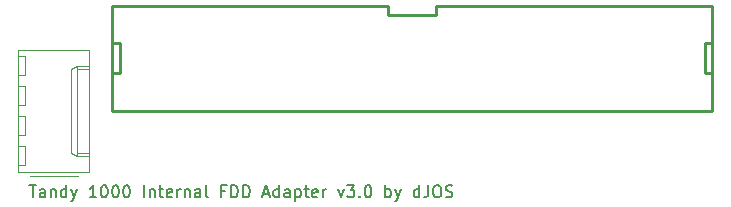
<source format=gbr>
G04 #@! TF.GenerationSoftware,KiCad,Pcbnew,(5.1.5-0-10_14)*
G04 #@! TF.CreationDate,2020-03-21T12:38:00+11:00*
G04 #@! TF.ProjectId,Internal FDD Adapter,496e7465-726e-4616-9c20-464444204164,rev?*
G04 #@! TF.SameCoordinates,Original*
G04 #@! TF.FileFunction,Legend,Top*
G04 #@! TF.FilePolarity,Positive*
%FSLAX46Y46*%
G04 Gerber Fmt 4.6, Leading zero omitted, Abs format (unit mm)*
G04 Created by KiCad (PCBNEW (5.1.5-0-10_14)) date 2020-03-21 12:38:00*
%MOMM*%
%LPD*%
G04 APERTURE LIST*
%ADD10C,0.150000*%
%ADD11C,0.250000*%
%ADD12C,0.120000*%
G04 APERTURE END LIST*
D10*
X40086619Y-47966380D02*
X40658047Y-47966380D01*
X40372333Y-48966380D02*
X40372333Y-47966380D01*
X41419952Y-48966380D02*
X41419952Y-48442571D01*
X41372333Y-48347333D01*
X41277095Y-48299714D01*
X41086619Y-48299714D01*
X40991380Y-48347333D01*
X41419952Y-48918761D02*
X41324714Y-48966380D01*
X41086619Y-48966380D01*
X40991380Y-48918761D01*
X40943761Y-48823523D01*
X40943761Y-48728285D01*
X40991380Y-48633047D01*
X41086619Y-48585428D01*
X41324714Y-48585428D01*
X41419952Y-48537809D01*
X41896142Y-48299714D02*
X41896142Y-48966380D01*
X41896142Y-48394952D02*
X41943761Y-48347333D01*
X42038999Y-48299714D01*
X42181857Y-48299714D01*
X42277095Y-48347333D01*
X42324714Y-48442571D01*
X42324714Y-48966380D01*
X43229476Y-48966380D02*
X43229476Y-47966380D01*
X43229476Y-48918761D02*
X43134238Y-48966380D01*
X42943761Y-48966380D01*
X42848523Y-48918761D01*
X42800904Y-48871142D01*
X42753285Y-48775904D01*
X42753285Y-48490190D01*
X42800904Y-48394952D01*
X42848523Y-48347333D01*
X42943761Y-48299714D01*
X43134238Y-48299714D01*
X43229476Y-48347333D01*
X43610428Y-48299714D02*
X43848523Y-48966380D01*
X44086619Y-48299714D02*
X43848523Y-48966380D01*
X43753285Y-49204476D01*
X43705666Y-49252095D01*
X43610428Y-49299714D01*
X45753285Y-48966380D02*
X45181857Y-48966380D01*
X45467571Y-48966380D02*
X45467571Y-47966380D01*
X45372333Y-48109238D01*
X45277095Y-48204476D01*
X45181857Y-48252095D01*
X46372333Y-47966380D02*
X46467571Y-47966380D01*
X46562809Y-48014000D01*
X46610428Y-48061619D01*
X46658047Y-48156857D01*
X46705666Y-48347333D01*
X46705666Y-48585428D01*
X46658047Y-48775904D01*
X46610428Y-48871142D01*
X46562809Y-48918761D01*
X46467571Y-48966380D01*
X46372333Y-48966380D01*
X46277095Y-48918761D01*
X46229476Y-48871142D01*
X46181857Y-48775904D01*
X46134238Y-48585428D01*
X46134238Y-48347333D01*
X46181857Y-48156857D01*
X46229476Y-48061619D01*
X46277095Y-48014000D01*
X46372333Y-47966380D01*
X47324714Y-47966380D02*
X47419952Y-47966380D01*
X47515190Y-48014000D01*
X47562809Y-48061619D01*
X47610428Y-48156857D01*
X47658047Y-48347333D01*
X47658047Y-48585428D01*
X47610428Y-48775904D01*
X47562809Y-48871142D01*
X47515190Y-48918761D01*
X47419952Y-48966380D01*
X47324714Y-48966380D01*
X47229476Y-48918761D01*
X47181857Y-48871142D01*
X47134238Y-48775904D01*
X47086619Y-48585428D01*
X47086619Y-48347333D01*
X47134238Y-48156857D01*
X47181857Y-48061619D01*
X47229476Y-48014000D01*
X47324714Y-47966380D01*
X48277095Y-47966380D02*
X48372333Y-47966380D01*
X48467571Y-48014000D01*
X48515190Y-48061619D01*
X48562809Y-48156857D01*
X48610428Y-48347333D01*
X48610428Y-48585428D01*
X48562809Y-48775904D01*
X48515190Y-48871142D01*
X48467571Y-48918761D01*
X48372333Y-48966380D01*
X48277095Y-48966380D01*
X48181857Y-48918761D01*
X48134238Y-48871142D01*
X48086619Y-48775904D01*
X48038999Y-48585428D01*
X48038999Y-48347333D01*
X48086619Y-48156857D01*
X48134238Y-48061619D01*
X48181857Y-48014000D01*
X48277095Y-47966380D01*
X49800904Y-48966380D02*
X49800904Y-47966380D01*
X50277095Y-48299714D02*
X50277095Y-48966380D01*
X50277095Y-48394952D02*
X50324714Y-48347333D01*
X50419952Y-48299714D01*
X50562809Y-48299714D01*
X50658047Y-48347333D01*
X50705666Y-48442571D01*
X50705666Y-48966380D01*
X51038999Y-48299714D02*
X51419952Y-48299714D01*
X51181857Y-47966380D02*
X51181857Y-48823523D01*
X51229476Y-48918761D01*
X51324714Y-48966380D01*
X51419952Y-48966380D01*
X52134238Y-48918761D02*
X52038999Y-48966380D01*
X51848523Y-48966380D01*
X51753285Y-48918761D01*
X51705666Y-48823523D01*
X51705666Y-48442571D01*
X51753285Y-48347333D01*
X51848523Y-48299714D01*
X52038999Y-48299714D01*
X52134238Y-48347333D01*
X52181857Y-48442571D01*
X52181857Y-48537809D01*
X51705666Y-48633047D01*
X52610428Y-48966380D02*
X52610428Y-48299714D01*
X52610428Y-48490190D02*
X52658047Y-48394952D01*
X52705666Y-48347333D01*
X52800904Y-48299714D01*
X52896142Y-48299714D01*
X53229476Y-48299714D02*
X53229476Y-48966380D01*
X53229476Y-48394952D02*
X53277095Y-48347333D01*
X53372333Y-48299714D01*
X53515190Y-48299714D01*
X53610428Y-48347333D01*
X53658047Y-48442571D01*
X53658047Y-48966380D01*
X54562809Y-48966380D02*
X54562809Y-48442571D01*
X54515190Y-48347333D01*
X54419952Y-48299714D01*
X54229476Y-48299714D01*
X54134238Y-48347333D01*
X54562809Y-48918761D02*
X54467571Y-48966380D01*
X54229476Y-48966380D01*
X54134238Y-48918761D01*
X54086619Y-48823523D01*
X54086619Y-48728285D01*
X54134238Y-48633047D01*
X54229476Y-48585428D01*
X54467571Y-48585428D01*
X54562809Y-48537809D01*
X55181857Y-48966380D02*
X55086619Y-48918761D01*
X55038999Y-48823523D01*
X55038999Y-47966380D01*
X56658047Y-48442571D02*
X56324714Y-48442571D01*
X56324714Y-48966380D02*
X56324714Y-47966380D01*
X56800904Y-47966380D01*
X57181857Y-48966380D02*
X57181857Y-47966380D01*
X57419952Y-47966380D01*
X57562809Y-48014000D01*
X57658047Y-48109238D01*
X57705666Y-48204476D01*
X57753285Y-48394952D01*
X57753285Y-48537809D01*
X57705666Y-48728285D01*
X57658047Y-48823523D01*
X57562809Y-48918761D01*
X57419952Y-48966380D01*
X57181857Y-48966380D01*
X58181857Y-48966380D02*
X58181857Y-47966380D01*
X58419952Y-47966380D01*
X58562809Y-48014000D01*
X58658047Y-48109238D01*
X58705666Y-48204476D01*
X58753285Y-48394952D01*
X58753285Y-48537809D01*
X58705666Y-48728285D01*
X58658047Y-48823523D01*
X58562809Y-48918761D01*
X58419952Y-48966380D01*
X58181857Y-48966380D01*
X59896142Y-48680666D02*
X60372333Y-48680666D01*
X59800904Y-48966380D02*
X60134238Y-47966380D01*
X60467571Y-48966380D01*
X61229476Y-48966380D02*
X61229476Y-47966380D01*
X61229476Y-48918761D02*
X61134238Y-48966380D01*
X60943761Y-48966380D01*
X60848523Y-48918761D01*
X60800904Y-48871142D01*
X60753285Y-48775904D01*
X60753285Y-48490190D01*
X60800904Y-48394952D01*
X60848523Y-48347333D01*
X60943761Y-48299714D01*
X61134238Y-48299714D01*
X61229476Y-48347333D01*
X62134238Y-48966380D02*
X62134238Y-48442571D01*
X62086619Y-48347333D01*
X61991380Y-48299714D01*
X61800904Y-48299714D01*
X61705666Y-48347333D01*
X62134238Y-48918761D02*
X62038999Y-48966380D01*
X61800904Y-48966380D01*
X61705666Y-48918761D01*
X61658047Y-48823523D01*
X61658047Y-48728285D01*
X61705666Y-48633047D01*
X61800904Y-48585428D01*
X62038999Y-48585428D01*
X62134238Y-48537809D01*
X62610428Y-48299714D02*
X62610428Y-49299714D01*
X62610428Y-48347333D02*
X62705666Y-48299714D01*
X62896142Y-48299714D01*
X62991380Y-48347333D01*
X63038999Y-48394952D01*
X63086619Y-48490190D01*
X63086619Y-48775904D01*
X63038999Y-48871142D01*
X62991380Y-48918761D01*
X62896142Y-48966380D01*
X62705666Y-48966380D01*
X62610428Y-48918761D01*
X63372333Y-48299714D02*
X63753285Y-48299714D01*
X63515190Y-47966380D02*
X63515190Y-48823523D01*
X63562809Y-48918761D01*
X63658047Y-48966380D01*
X63753285Y-48966380D01*
X64467571Y-48918761D02*
X64372333Y-48966380D01*
X64181857Y-48966380D01*
X64086619Y-48918761D01*
X64038999Y-48823523D01*
X64038999Y-48442571D01*
X64086619Y-48347333D01*
X64181857Y-48299714D01*
X64372333Y-48299714D01*
X64467571Y-48347333D01*
X64515190Y-48442571D01*
X64515190Y-48537809D01*
X64038999Y-48633047D01*
X64943761Y-48966380D02*
X64943761Y-48299714D01*
X64943761Y-48490190D02*
X64991380Y-48394952D01*
X65038999Y-48347333D01*
X65134238Y-48299714D01*
X65229476Y-48299714D01*
X66229476Y-48299714D02*
X66467571Y-48966380D01*
X66705666Y-48299714D01*
X66991380Y-47966380D02*
X67610428Y-47966380D01*
X67277095Y-48347333D01*
X67419952Y-48347333D01*
X67515190Y-48394952D01*
X67562809Y-48442571D01*
X67610428Y-48537809D01*
X67610428Y-48775904D01*
X67562809Y-48871142D01*
X67515190Y-48918761D01*
X67419952Y-48966380D01*
X67134238Y-48966380D01*
X67038999Y-48918761D01*
X66991380Y-48871142D01*
X68038999Y-48871142D02*
X68086619Y-48918761D01*
X68038999Y-48966380D01*
X67991380Y-48918761D01*
X68038999Y-48871142D01*
X68038999Y-48966380D01*
X68705666Y-47966380D02*
X68800904Y-47966380D01*
X68896142Y-48014000D01*
X68943761Y-48061619D01*
X68991380Y-48156857D01*
X69038999Y-48347333D01*
X69038999Y-48585428D01*
X68991380Y-48775904D01*
X68943761Y-48871142D01*
X68896142Y-48918761D01*
X68800904Y-48966380D01*
X68705666Y-48966380D01*
X68610428Y-48918761D01*
X68562809Y-48871142D01*
X68515190Y-48775904D01*
X68467571Y-48585428D01*
X68467571Y-48347333D01*
X68515190Y-48156857D01*
X68562809Y-48061619D01*
X68610428Y-48014000D01*
X68705666Y-47966380D01*
X70229476Y-48966380D02*
X70229476Y-47966380D01*
X70229476Y-48347333D02*
X70324714Y-48299714D01*
X70515190Y-48299714D01*
X70610428Y-48347333D01*
X70658047Y-48394952D01*
X70705666Y-48490190D01*
X70705666Y-48775904D01*
X70658047Y-48871142D01*
X70610428Y-48918761D01*
X70515190Y-48966380D01*
X70324714Y-48966380D01*
X70229476Y-48918761D01*
X71038999Y-48299714D02*
X71277095Y-48966380D01*
X71515190Y-48299714D02*
X71277095Y-48966380D01*
X71181857Y-49204476D01*
X71134238Y-49252095D01*
X71038999Y-49299714D01*
X73086619Y-48966380D02*
X73086619Y-47966380D01*
X73086619Y-48918761D02*
X72991380Y-48966380D01*
X72800904Y-48966380D01*
X72705666Y-48918761D01*
X72658047Y-48871142D01*
X72610428Y-48775904D01*
X72610428Y-48490190D01*
X72658047Y-48394952D01*
X72705666Y-48347333D01*
X72800904Y-48299714D01*
X72991380Y-48299714D01*
X73086619Y-48347333D01*
X73848523Y-47966380D02*
X73848523Y-48680666D01*
X73800904Y-48823523D01*
X73705666Y-48918761D01*
X73562809Y-48966380D01*
X73467571Y-48966380D01*
X74515190Y-47966380D02*
X74705666Y-47966380D01*
X74800904Y-48014000D01*
X74896142Y-48109238D01*
X74943761Y-48299714D01*
X74943761Y-48633047D01*
X74896142Y-48823523D01*
X74800904Y-48918761D01*
X74705666Y-48966380D01*
X74515190Y-48966380D01*
X74419952Y-48918761D01*
X74324714Y-48823523D01*
X74277095Y-48633047D01*
X74277095Y-48299714D01*
X74324714Y-48109238D01*
X74419952Y-48014000D01*
X74515190Y-47966380D01*
X75324714Y-48918761D02*
X75467571Y-48966380D01*
X75705666Y-48966380D01*
X75800904Y-48918761D01*
X75848523Y-48871142D01*
X75896142Y-48775904D01*
X75896142Y-48680666D01*
X75848523Y-48585428D01*
X75800904Y-48537809D01*
X75705666Y-48490190D01*
X75515190Y-48442571D01*
X75419952Y-48394952D01*
X75372333Y-48347333D01*
X75324714Y-48252095D01*
X75324714Y-48156857D01*
X75372333Y-48061619D01*
X75419952Y-48014000D01*
X75515190Y-47966380D01*
X75753285Y-47966380D01*
X75896142Y-48014000D01*
D11*
X97307000Y-35940000D02*
X97917000Y-35940000D01*
X97307000Y-38482000D02*
X97307000Y-35940000D01*
X97307000Y-38482000D02*
X97917000Y-38482000D01*
X47117000Y-35940000D02*
X47777000Y-35940000D01*
X47777000Y-38482000D02*
X47777000Y-35940000D01*
X47117000Y-38482000D02*
X47777000Y-38482000D01*
X74549000Y-32766000D02*
X97917000Y-32766000D01*
X47117000Y-32766000D02*
X70485000Y-32766000D01*
X47117000Y-41656000D02*
X47117000Y-32766000D01*
X47117000Y-41656000D02*
X97917000Y-41656000D01*
X97917000Y-41656000D02*
X97917000Y-32766000D01*
X74549000Y-33531000D02*
X74549000Y-32766000D01*
X70485000Y-33531000D02*
X74549000Y-33531000D01*
X70485000Y-33531000D02*
X70485000Y-32766000D01*
D12*
X39734000Y-37046000D02*
X39134000Y-37046000D01*
X39734000Y-38646000D02*
X39734000Y-37046000D01*
X39134000Y-38646000D02*
X39734000Y-38646000D01*
X39734000Y-39586000D02*
X39134000Y-39586000D01*
X39734000Y-41186000D02*
X39734000Y-39586000D01*
X39134000Y-41186000D02*
X39734000Y-41186000D01*
X39734000Y-42126000D02*
X39134000Y-42126000D01*
X39734000Y-43726000D02*
X39734000Y-42126000D01*
X39134000Y-43726000D02*
X39734000Y-43726000D01*
X39734000Y-44666000D02*
X39134000Y-44666000D01*
X39734000Y-46266000D02*
X39734000Y-44666000D01*
X39134000Y-46266000D02*
X39734000Y-46266000D01*
X45154000Y-38096000D02*
X44154000Y-38096000D01*
X45154000Y-45216000D02*
X44154000Y-45216000D01*
X43624000Y-38096000D02*
X44154000Y-37846000D01*
X43624000Y-45216000D02*
X43624000Y-38096000D01*
X44154000Y-45466000D02*
X43624000Y-45216000D01*
X44154000Y-37846000D02*
X45154000Y-37846000D01*
X44154000Y-45466000D02*
X44154000Y-37846000D01*
X45154000Y-45466000D02*
X44154000Y-45466000D01*
X40164000Y-47136000D02*
X44164000Y-47136000D01*
X39134000Y-36466000D02*
X39134000Y-46846000D01*
X45154000Y-36466000D02*
X39134000Y-36466000D01*
X45154000Y-46846000D02*
X45154000Y-36466000D01*
X39134000Y-46846000D02*
X45154000Y-46846000D01*
M02*

</source>
